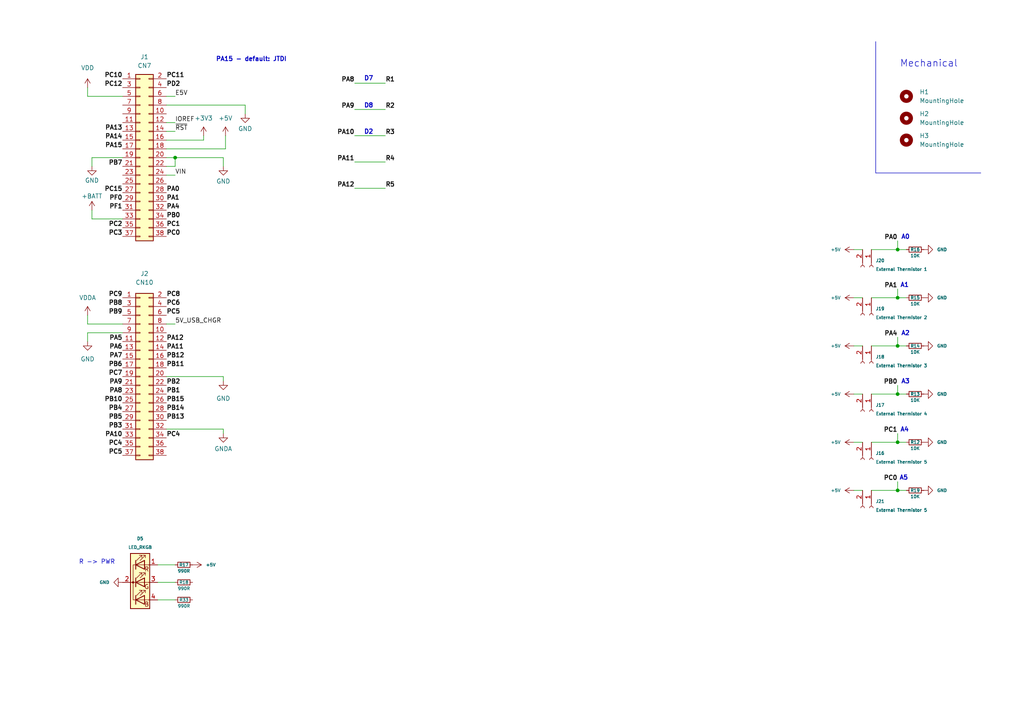
<source format=kicad_sch>
(kicad_sch (version 20250114) (generator "eeschema") (generator_version "9.0")
  (paper "A4")
  (lib_symbols
    (symbol "Connector:Conn_01x02_Socket" (pin_names (offset 1.016) (hide yes))
      (property "Reference" "J" (at 0 2.54 0))
      (property "Value" "Conn_01x02_Socket" (at 0 -5.08 0))
      (symbol "Conn_01x02_Socket_1_1"
        (polyline (pts (xy -1.27 0) (xy -0.508 0)) (stroke (width 0.1524)))
        (polyline (pts (xy -1.27 -2.54) (xy -0.508 -2.54)) (stroke (width 0.1524)))
        (arc (start 0 -0.508) (mid -0.5058 0) (end 0 0.508) (stroke (width 0.1524)))
        (arc (start 0 -3.048) (mid -0.5058 -2.54) (end 0 -2.032) (stroke (width 0.1524)))
        (pin passive line (at -5.08 0 0) (length 3.81) (name "Pin_1") (number "1"))
        (pin passive line (at -5.08 -2.54 0) (length 3.81) (name "Pin_2") (number "2"))
      )
    )
    (symbol "Connector_Generic:Conn_02x19_Odd_Even" (pin_names (offset 1.016) (hide yes))
      (property "Reference" "J" (at 1.27 25.4 0))
      (property "Value" "Conn_02x19_Odd_Even" (at 1.27 -25.4 0))
      (symbol "Conn_02x19_Odd_Even_1_1"
        (rectangle (start -1.27 24.13) (end 3.81 -24.13) (stroke (width 0.254)) (fill (type background)))
        (rectangle (start -1.27 22.987) (end 0 22.733) (stroke (width 0.1524)))
        (rectangle (start -1.27 20.447) (end 0 20.193) (stroke (width 0.1524)))
        (rectangle (start -1.27 17.907) (end 0 17.653) (stroke (width 0.1524)))
        (rectangle (start -1.27 15.367) (end 0 15.113) (stroke (width 0.1524)))
        (rectangle (start -1.27 12.827) (end 0 12.573) (stroke (width 0.1524)))
        (rectangle (start -1.27 10.287) (end 0 10.033) (stroke (width 0.1524)))
        (rectangle (start -1.27 7.747) (end 0 7.493) (stroke (width 0.1524)))
        (rectangle (start -1.27 5.207) (end 0 4.953) (stroke (width 0.1524)))
        (rectangle (start -1.27 2.667) (end 0 2.413) (stroke (width 0.1524)))
        (rectangle (start -1.27 0.127) (end 0 -0.127) (stroke (width 0.1524)))
        (rectangle (start -1.27 -2.413) (end 0 -2.667) (stroke (width 0.1524)))
        (rectangle (start -1.27 -4.953) (end 0 -5.207) (stroke (width 0.1524)))
        (rectangle (start -1.27 -7.493) (end 0 -7.747) (stroke (width 0.1524)))
        (rectangle (start -1.27 -10.033) (end 0 -10.287) (stroke (width 0.1524)))
        (rectangle (start -1.27 -12.573) (end 0 -12.827) (stroke (width 0.1524)))
        (rectangle (start -1.27 -15.113) (end 0 -15.367) (stroke (width 0.1524)))
        (rectangle (start -1.27 -17.653) (end 0 -17.907) (stroke (width 0.1524)))
        (rectangle (start -1.27 -20.193) (end 0 -20.447) (stroke (width 0.1524)))
        (rectangle (start -1.27 -22.733) (end 0 -22.987) (stroke (width 0.1524)))
        (rectangle (start 3.81 22.987) (end 2.54 22.733) (stroke (width 0.1524)))
        (rectangle (start 3.81 20.447) (end 2.54 20.193) (stroke (width 0.1524)))
        (rectangle (start 3.81 17.907) (end 2.54 17.653) (stroke (width 0.1524)))
        (rectangle (start 3.81 15.367) (end 2.54 15.113) (stroke (width 0.1524)))
        (rectangle (start 3.81 12.827) (end 2.54 12.573) (stroke (width 0.1524)))
        (rectangle (start 3.81 10.287) (end 2.54 10.033) (stroke (width 0.1524)))
        (rectangle (start 3.81 7.747) (end 2.54 7.493) (stroke (width 0.1524)))
        (rectangle (start 3.81 5.207) (end 2.54 4.953) (stroke (width 0.1524)))
        (rectangle (start 3.81 2.667) (end 2.54 2.413) (stroke (width 0.1524)))
        (rectangle (start 3.81 0.127) (end 2.54 -0.127) (stroke (width 0.1524)))
        (rectangle (start 3.81 -2.413) (end 2.54 -2.667) (stroke (width 0.1524)))
        (rectangle (start 3.81 -4.953) (end 2.54 -5.207) (stroke (width 0.1524)))
        (rectangle (start 3.81 -7.493) (end 2.54 -7.747) (stroke (width 0.1524)))
        (rectangle (start 3.81 -10.033) (end 2.54 -10.287) (stroke (width 0.1524)))
        (rectangle (start 3.81 -12.573) (end 2.54 -12.827) (stroke (width 0.1524)))
        (rectangle (start 3.81 -15.113) (end 2.54 -15.367) (stroke (width 0.1524)))
        (rectangle (start 3.81 -17.653) (end 2.54 -17.907) (stroke (width 0.1524)))
        (rectangle (start 3.81 -20.193) (end 2.54 -20.447) (stroke (width 0.1524)))
        (rectangle (start 3.81 -22.733) (end 2.54 -22.987) (stroke (width 0.1524)))
        (pin passive line (at -5.08 22.86 0) (length 3.81) (name "Pin_1") (number "1"))
        (pin passive line (at -5.08 20.32 0) (length 3.81) (name "Pin_3") (number "3"))
        (pin passive line (at -5.08 17.78 0) (length 3.81) (name "Pin_5") (number "5"))
        (pin passive line (at -5.08 15.24 0) (length 3.81) (name "Pin_7") (number "7"))
        (pin passive line (at -5.08 12.7 0) (length 3.81) (name "Pin_9") (number "9"))
        (pin passive line (at -5.08 10.16 0) (length 3.81) (name "Pin_11") (number "11"))
        (pin passive line (at -5.08 7.62 0) (length 3.81) (name "Pin_13") (number "13"))
        (pin passive line (at -5.08 5.08 0) (length 3.81) (name "Pin_15") (number "15"))
        (pin passive line (at -5.08 2.54 0) (length 3.81) (name "Pin_17") (number "17"))
        (pin passive line (at -5.08 0 0) (length 3.81) (name "Pin_19") (number "19"))
        (pin passive line (at -5.08 -2.54 0) (length 3.81) (name "Pin_21") (number "21"))
        (pin passive line (at -5.08 -5.08 0) (length 3.81) (name "Pin_23") (number "23"))
        (pin passive line (at -5.08 -7.62 0) (length 3.81) (name "Pin_25") (number "25"))
        (pin passive line (at -5.08 -10.16 0) (length 3.81) (name "Pin_27") (number "27"))
        (pin passive line (at -5.08 -12.7 0) (length 3.81) (name "Pin_29") (number "29"))
        (pin passive line (at -5.08 -15.24 0) (length 3.81) (name "Pin_31") (number "31"))
        (pin passive line (at -5.08 -17.78 0) (length 3.81) (name "Pin_33") (number "33"))
        (pin passive line (at -5.08 -20.32 0) (length 3.81) (name "Pin_35") (number "35"))
        (pin passive line (at -5.08 -22.86 0) (length 3.81) (name "Pin_37") (number "37"))
        (pin passive line (at 7.62 22.86 180) (length 3.81) (name "Pin_2") (number "2"))
        (pin passive line (at 7.62 20.32 180) (length 3.81) (name "Pin_4") (number "4"))
        (pin passive line (at 7.62 17.78 180) (length 3.81) (name "Pin_6") (number "6"))
        (pin passive line (at 7.62 15.24 180) (length 3.81) (name "Pin_8") (number "8"))
        (pin passive line (at 7.62 12.7 180) (length 3.81) (name "Pin_10") (number "10"))
        (pin passive line (at 7.62 10.16 180) (length 3.81) (name "Pin_12") (number "12"))
        (pin passive line (at 7.62 7.62 180) (length 3.81) (name "Pin_14") (number "14"))
        (pin passive line (at 7.62 5.08 180) (length 3.81) (name "Pin_16") (number "16"))
        (pin passive line (at 7.62 2.54 180) (length 3.81) (name "Pin_18") (number "18"))
        (pin passive line (at 7.62 0 180) (length 3.81) (name "Pin_20") (number "20"))
        (pin passive line (at 7.62 -2.54 180) (length 3.81) (name "Pin_22") (number "22"))
        (pin passive line (at 7.62 -5.08 180) (length 3.81) (name "Pin_24") (number "24"))
        (pin passive line (at 7.62 -7.62 180) (length 3.81) (name "Pin_26") (number "26"))
        (pin passive line (at 7.62 -10.16 180) (length 3.81) (name "Pin_28") (number "28"))
        (pin passive line (at 7.62 -12.7 180) (length 3.81) (name "Pin_30") (number "30"))
        (pin passive line (at 7.62 -15.24 180) (length 3.81) (name "Pin_32") (number "32"))
        (pin passive line (at 7.62 -17.78 180) (length 3.81) (name "Pin_34") (number "34"))
        (pin passive line (at 7.62 -20.32 180) (length 3.81) (name "Pin_36") (number "36"))
        (pin passive line (at 7.62 -22.86 180) (length 3.81) (name "Pin_38") (number "38"))
      )
    )
    (symbol "Device:LED_RKGB" (pin_names (offset 0) (hide yes))
      (property "Reference" "D" (at 0 9.398 0))
      (property "Value" "LED_RKGB" (at 0 -8.89 0))
      (symbol "LED_RKGB_0_0"
        (text "R" (at 1.905 3.81 0) (effects (font (size 1.27 1.27))))
        (text "G" (at 1.905 -1.27 0) (effects (font (size 1.27 1.27))))
        (text "B" (at 1.905 -6.35 0) (effects (font (size 1.27 1.27))))
      )
      (symbol "LED_RKGB_0_1"
        (circle (center -2.032 0) (radius 0.254) (fill (type outline)))
        (polyline (pts (xy -1.27 6.35) (xy -1.27 3.81)) (stroke (width 0.254)))
        (polyline (pts (xy -1.27 6.35) (xy -1.27 3.81) (xy -1.27 3.81)))
        (polyline (pts (xy -1.27 5.08) (xy 1.27 5.08)))
        (polyline (pts (xy -1.27 5.08) (xy -2.032 5.08) (xy -2.032 -5.08) (xy -1.016 -5.08)))
        (polyline (pts (xy -1.27 1.27) (xy -1.27 -1.27)) (stroke (width 0.254)))
        (polyline (pts (xy -1.27 1.27) (xy -1.27 -1.27) (xy -1.27 -1.27)))
        (polyline (pts (xy -1.27 0) (xy -2.54 0)))
        (polyline (pts (xy -1.27 -3.81) (xy -1.27 -6.35)) (stroke (width 0.254)))
        (polyline (pts (xy -1.27 -5.08) (xy 1.27 -5.08)))
        (polyline (pts (xy -1.016 6.35) (xy 0.508 7.874) (xy -0.254 7.874) (xy 0.508 7.874) (xy 0.508 7.112)))
        (polyline (pts (xy -1.016 1.27) (xy 0.508 2.794) (xy -0.254 2.794) (xy 0.508 2.794) (xy 0.508 2.032)))
        (polyline (pts (xy -1.016 -3.81) (xy 0.508 -2.286) (xy -0.254 -2.286) (xy 0.508 -2.286) (xy 0.508 -3.048)))
        (polyline (pts (xy 0 6.35) (xy 1.524 7.874) (xy 0.762 7.874) (xy 1.524 7.874) (xy 1.524 7.112)))
        (polyline (pts (xy 0 1.27) (xy 1.524 2.794) (xy 0.762 2.794) (xy 1.524 2.794) (xy 1.524 2.032)))
        (polyline (pts (xy 0 -3.81) (xy 1.524 -2.286) (xy 0.762 -2.286) (xy 1.524 -2.286) (xy 1.524 -3.048)))
        (polyline (pts (xy 1.27 6.35) (xy 1.27 3.81) (xy -1.27 5.08) (xy 1.27 6.35)) (stroke (width 0.254)))
        (rectangle (start 1.27 6.35) (end 1.27 6.35))
        (polyline (pts (xy 1.27 5.08) (xy 2.54 5.08)))
        (rectangle (start 1.27 3.81) (end 1.27 6.35))
        (polyline (pts (xy 1.27 1.27) (xy 1.27 -1.27) (xy -1.27 0) (xy 1.27 1.27)) (stroke (width 0.254)))
        (rectangle (start 1.27 1.27) (end 1.27 1.27))
        (polyline (pts (xy 1.27 0) (xy -1.27 0)))
        (polyline (pts (xy 1.27 0) (xy 2.54 0)))
        (rectangle (start 1.27 -1.27) (end 1.27 1.27))
        (polyline (pts (xy 1.27 -3.81) (xy 1.27 -6.35) (xy -1.27 -5.08) (xy 1.27 -3.81)) (stroke (width 0.254)))
        (polyline (pts (xy 1.27 -5.08) (xy 2.54 -5.08)))
        (rectangle (start 2.794 8.382) (end -2.794 -7.62) (stroke (width 0.254)) (fill (type background)))
      )
      (symbol "LED_RKGB_1_1"
        (pin passive line (at -5.08 0 0) (length 2.54) (name "K") (number "2"))
        (pin passive line (at 5.08 5.08 180) (length 2.54) (name "RA") (number "1"))
        (pin passive line (at 5.08 0 180) (length 2.54) (name "GA") (number "3"))
        (pin passive line (at 5.08 -5.08 180) (length 2.54) (name "BA") (number "4"))
      )
    )
    (symbol "Device:R_Small" (pin_numbers (hide yes)) (pin_names (offset 0.254) (hide yes))
      (property "Reference" "R" (at 0.762 0.508 0))
      (property "Value" "R_Small" (at 0.762 -1.016 0))
      (symbol "R_Small_0_1"
        (rectangle (start -0.762 1.778) (end 0.762 -1.778) (stroke (width 0.2032)))
      )
      (symbol "R_Small_1_1"
        (pin passive line (at 0 2.54 270) (length 0.762) (name "~") (number "1"))
        (pin passive line (at 0 -2.54 90) (length 0.762) (name "~") (number "2"))
      )
    )
    (symbol "Mechanical:MountingHole" (pin_names (offset 1.016))
      (property "Reference" "H" (at 0 5.08 0))
      (property "Value" "MountingHole" (at 0 3.175 0))
      (symbol "MountingHole_0_1"
        (circle (center 0 0) (radius 1.27) (stroke (width 1.27)))
      )
    )
    (symbol "power:+3V3" (power) (pin_names (offset 0))
      (property "Value" "+3V3" (at 0 3.556 0))
      (symbol "+3V3_0_1"
        (polyline (pts (xy -0.762 1.27) (xy 0 2.54)))
        (polyline (pts (xy 0 2.54) (xy 0.762 1.27)))
        (polyline (pts (xy 0 0) (xy 0 2.54)))
      )
      (symbol "+3V3_1_1"
        (pin power_in line (at 0 0 90) (length 0) (hide yes) (name "+3V3") (number "1"))
      )
    )
    (symbol "power:+5V" (power) (pin_names (offset 0))
      (property "Value" "+5V" (at 0 3.556 0))
      (symbol "+5V_0_1"
        (polyline (pts (xy -0.762 1.27) (xy 0 2.54)))
        (polyline (pts (xy 0 2.54) (xy 0.762 1.27)))
        (polyline (pts (xy 0 0) (xy 0 2.54)))
      )
      (symbol "+5V_1_1"
        (pin power_in line (at 0 0 90) (length 0) (hide yes) (name "+5V") (number "1"))
      )
    )
    (symbol "power:+BATT" (power) (pin_names (offset 0))
      (property "Value" "+BATT" (at 0 3.556 0))
      (symbol "+BATT_0_1"
        (polyline (pts (xy -0.762 1.27) (xy 0 2.54)))
        (polyline (pts (xy 0 2.54) (xy 0.762 1.27)))
        (polyline (pts (xy 0 0) (xy 0 2.54)))
      )
      (symbol "+BATT_1_1"
        (pin power_in line (at 0 0 90) (length 0) (hide yes) (name "+BATT") (number "1"))
      )
    )
    (symbol "power:GND" (power) (pin_names (offset 0))
      (property "Value" "GND" (at 0 -3.81 0))
      (symbol "GND_0_1"
        (polyline (pts (xy 0 0) (xy 0 -1.27) (xy 1.27 -1.27) (xy 0 -2.54) (xy -1.27 -1.27) (xy 0 -1.27)))
      )
      (symbol "GND_1_1"
        (pin power_in line (at 0 0 270) (length 0) (hide yes) (name "GND") (number "1"))
      )
    )
    (symbol "power:GNDA" (power) (pin_names (offset 0))
      (property "Value" "GNDA" (at 0 -3.81 0))
      (symbol "GNDA_0_1"
        (polyline (pts (xy 0 0) (xy 0 -1.27) (xy 1.27 -1.27) (xy 0 -2.54) (xy -1.27 -1.27) (xy 0 -1.27)))
      )
      (symbol "GNDA_1_1"
        (pin power_in line (at 0 0 270) (length 0) (hide yes) (name "GNDA") (number "1"))
      )
    )
    (symbol "power:VDD" (power) (pin_names (offset 0))
      (property "Value" "VDD" (at 0 3.81 0))
      (symbol "VDD_0_1"
        (polyline (pts (xy -0.762 1.27) (xy 0 2.54)))
        (polyline (pts (xy 0 2.54) (xy 0.762 1.27)))
        (polyline (pts (xy 0 0) (xy 0 2.54)))
      )
      (symbol "VDD_1_1"
        (pin power_in line (at 0 0 90) (length 0) (hide yes) (name "VDD") (number "1"))
      )
    )
    (symbol "power:VDDA" (power) (pin_names (offset 0))
      (property "Value" "VDDA" (at 0 3.81 0))
      (symbol "VDDA_0_1"
        (polyline (pts (xy -0.762 1.27) (xy 0 2.54)))
        (polyline (pts (xy 0 2.54) (xy 0.762 1.27)))
        (polyline (pts (xy 0 0) (xy 0 2.54)))
      )
      (symbol "VDDA_1_1"
        (pin power_in line (at 0 0 90) (length 0) (hide yes) (name "VDDA") (number "1"))
      )
    )
  )
  (text "R -> PWR" (at 22.86 163.83 0) (effects (font (size 1.27 1.27)) (justify left bottom)))
  (text "A5" (at 262.128 138.684 0) (effects (font (size 1.27 1.27) (thickness 0.254) (bold yes))))
  (text "A2" (at 262.636 96.774 0) (effects (font (size 1.27 1.27) (thickness 0.254) (bold yes))))
  (text "D7" (at 106.934 22.86 0) (effects (font (size 1.27 1.27) (thickness 0.254) (bold yes))))
  (text "A3" (at 262.636 110.744 0) (effects (font (size 1.27 1.27) (thickness 0.254) (bold yes))))
  (text "D8" (at 106.934 30.734 0) (effects (font (size 1.27 1.27) (thickness 0.254) (bold yes))))
  (text "A0" (at 262.636 68.834 0) (effects (font (size 1.27 1.27) (thickness 0.254) (bold yes))))
  (text "Mechanical\n" (at 260.985 19.685 0) (effects (font (size 2 2)) (justify left bottom)))
  (text "A1\n" (at 262.382 82.804 0) (effects (font (size 1.27 1.27) (thickness 0.254) (bold yes))))
  (text "PA15 - default: JTDI" (at 72.898 17.272 0) (effects (font (size 1.27 1.27) (thickness 0.254) (bold yes))))
  (text "D2" (at 106.934 38.354 0) (effects (font (size 1.27 1.27) (thickness 0.254) (bold yes))))
  (text "A4" (at 262.382 124.714 0) (effects (font (size 1.27 1.27) (thickness 0.254) (bold yes))))
  (junction (at 260.35 86.36))
  (junction (at 260.35 142.24))
  (junction (at 260.35 128.27))
  (junction (at 260.35 100.33))
  (junction (at 260.35 72.39))
  (junction (at 50.8 45.72))
  (junction (at 260.35 114.3))
  (wire (pts (xy 260.35 128.27) (xy 260.35 125.73)))
  (wire (pts (xy 260.35 142.24) (xy 262.89 142.24)))
  (wire (pts (xy 260.35 114.3) (xy 260.35 111.76)))
  (wire (pts (xy 252.73 72.39) (xy 260.35 72.39)))
  (wire (pts (xy 48.26 35.56) (xy 50.8 35.56)))
  (wire (pts (xy 71.12 30.48) (xy 48.26 30.48)))
  (wire (pts (xy 71.12 33.02) (xy 71.12 30.48)))
  (wire (pts (xy 48.26 27.94) (xy 50.8 27.94)))
  (wire (pts (xy 260.35 72.39) (xy 260.35 69.85)))
  (wire (pts (xy 247.65 100.33) (xy 250.19 100.33)))
  (wire (pts (xy 252.73 86.36) (xy 260.35 86.36)))
  (wire (pts (xy 48.26 124.46) (xy 64.77 124.46)))
  (wire (pts (xy 64.77 124.46) (xy 64.77 125.73)))
  (wire (pts (xy 252.73 114.3) (xy 260.35 114.3)))
  (wire (pts (xy 260.35 100.33) (xy 262.89 100.33)))
  (wire (pts (xy 35.56 45.72) (xy 26.67 45.72)))
  (wire (pts (xy 260.35 86.36) (xy 260.35 83.82)))
  (wire (pts (xy 247.65 128.27) (xy 250.19 128.27)))
  (polyline (pts (xy 254 12.065) (xy 254 50.165)))
  (polyline (pts (xy 254 50.165) (xy 284.48 50.165)))
  (wire (pts (xy 26.67 45.72) (xy 26.67 48.26)))
  (wire (pts (xy 48.26 48.26) (xy 50.8 48.26)))
  (wire (pts (xy 50.8 48.26) (xy 50.8 45.72)))
  (wire (pts (xy 102.87 31.75) (xy 111.76 31.75)))
  (wire (pts (xy 247.65 72.39) (xy 250.19 72.39)))
  (wire (pts (xy 48.26 38.1) (xy 50.8 38.1)))
  (wire (pts (xy 64.77 109.22) (xy 64.77 110.49)))
  (wire (pts (xy 260.35 114.3) (xy 262.89 114.3)))
  (wire (pts (xy 48.26 93.98) (xy 50.8 93.98)))
  (wire (pts (xy 247.65 142.24) (xy 250.19 142.24)))
  (wire (pts (xy 102.87 46.99) (xy 111.76 46.99)))
  (wire (pts (xy 48.26 43.18) (xy 65.405 43.18)))
  (wire (pts (xy 65.405 43.18) (xy 65.405 39.37)))
  (wire (pts (xy 260.35 128.27) (xy 262.89 128.27)))
  (wire (pts (xy 25.4 25.4) (xy 25.4 27.94)))
  (wire (pts (xy 102.87 54.61) (xy 111.76 54.61)))
  (wire (pts (xy 25.4 93.98) (xy 35.56 93.98)))
  (wire (pts (xy 247.65 114.3) (xy 250.19 114.3)))
  (wire (pts (xy 45.72 168.91) (xy 50.8 168.91)))
  (wire (pts (xy 260.35 100.33) (xy 260.35 97.79)))
  (wire (pts (xy 252.73 100.33) (xy 260.35 100.33)))
  (wire (pts (xy 48.26 40.64) (xy 59.055 40.64)))
  (wire (pts (xy 59.055 40.64) (xy 59.055 39.37)))
  (wire (pts (xy 260.35 86.36) (xy 262.89 86.36)))
  (wire (pts (xy 25.4 96.52) (xy 35.56 96.52)))
  (wire (pts (xy 25.4 96.52) (xy 25.4 99.06)))
  (wire (pts (xy 45.72 173.99) (xy 50.8 173.99)))
  (wire (pts (xy 102.87 24.13) (xy 111.76 24.13)))
  (wire (pts (xy 260.35 72.39) (xy 262.89 72.39)))
  (wire (pts (xy 35.56 63.5) (xy 26.67 63.5)))
  (wire (pts (xy 247.65 86.36) (xy 250.19 86.36)))
  (wire (pts (xy 50.8 163.83) (xy 45.72 163.83)))
  (wire (pts (xy 252.73 128.27) (xy 260.35 128.27)))
  (wire (pts (xy 64.77 109.22) (xy 48.26 109.22)))
  (wire (pts (xy 25.4 27.94) (xy 35.56 27.94)))
  (wire (pts (xy 26.67 60.96) (xy 26.67 63.5)))
  (wire (pts (xy 252.73 142.24) (xy 260.35 142.24)))
  (wire (pts (xy 25.4 91.44) (xy 25.4 93.98)))
  (wire (pts (xy 260.35 142.24) (xy 260.35 139.7)))
  (wire (pts (xy 48.26 50.8) (xy 50.8 50.8)))
  (wire (pts (xy 48.26 45.72) (xy 50.8 45.72)))
  (wire (pts (xy 50.8 45.72) (xy 64.77 45.72)))
  (wire (pts (xy 64.77 45.72) (xy 64.77 48.26)))
  (wire (pts (xy 102.87 39.37) (xy 111.76 39.37)))
  (label "PB7" (at 35.56 48.26 180) (effects (font (thickness 0.254) (bold yes))))
  (label "PC4" (at 35.56 129.54 180) (effects (font (thickness 0.254) (bold yes))))
  (label "PC5" (at 48.26 91.44 0) (effects (font (thickness 0.254) (bold yes))))
  (label "~{RST}" (at 50.8 38.1 0))
  (label "PA9" (at 102.87 31.75 180) (effects (font (thickness 0.254) (bold yes))))
  (label "PC10" (at 35.56 22.86 180) (effects (font (thickness 0.254) (bold yes))))
  (label "R5" (at 111.76 54.61 0) (effects (font (thickness 0.254) (bold yes))))
  (label "PA15" (at 35.56 43.18 180) (effects (font (thickness 0.254) (bold yes))))
  (label "PA11" (at 48.26 101.6 0) (effects (font (thickness 0.254) (bold yes))))
  (label "PC1" (at 260.35 125.73 180) (effects (font (thickness 0.254) (bold yes))))
  (label "PA5" (at 35.56 99.06 180) (effects (font (thickness 0.254) (bold yes))))
  (label "PF0" (at 35.56 58.42 180) (effects (font (thickness 0.254) (bold yes))))
  (label "VIN" (at 50.8 50.8 0))
  (label "PA14" (at 35.56 40.64 180) (effects (font (thickness 0.254) (bold yes))))
  (label "PA0" (at 48.26 55.88 0) (effects (font (thickness 0.254) (bold yes))))
  (label "PB8" (at 35.56 88.9 180) (effects (font (thickness 0.254) (bold yes))))
  (label "PB4" (at 35.56 119.38 180) (effects (font (thickness 0.254) (bold yes))))
  (label "PA6" (at 35.56 101.6 180) (effects (font (thickness 0.254) (bold yes))))
  (label "PB1" (at 48.26 114.3 0) (effects (font (thickness 0.254) (bold yes))))
  (label "R1" (at 111.76 24.13 0) (effects (font (thickness 0.254) (bold yes))))
  (label "R3" (at 111.76 39.37 0) (effects (font (thickness 0.254) (bold yes))))
  (label "PA12" (at 48.26 99.06 0) (effects (font (thickness 0.254) (bold yes))))
  (label "PC15" (at 35.56 55.88 180) (effects (font (thickness 0.254) (bold yes))))
  (label "PB6" (at 35.56 106.68 180) (effects (font (thickness 0.254) (bold yes))))
  (label "PB0" (at 260.35 111.76 180) (effects (font (thickness 0.254) (bold yes))))
  (label "PC12" (at 35.56 25.4 180) (effects (font (thickness 0.254) (bold yes))))
  (label "PC1" (at 48.26 66.04 0) (effects (font (thickness 0.254) (bold yes))))
  (label "PB5" (at 35.56 121.92 180) (effects (font (thickness 0.254) (bold yes))))
  (label "PF1" (at 35.56 60.96 180) (effects (font (thickness 0.254) (bold yes))))
  (label "PC3" (at 35.56 68.58 180) (effects (font (thickness 0.254) (bold yes))))
  (label "E5V" (at 50.8 27.94 0))
  (label "PB3" (at 35.56 124.46 180) (effects (font (thickness 0.254) (bold yes))))
  (label "PA9" (at 35.56 111.76 180) (effects (font (thickness 0.254) (bold yes))))
  (label "PC9" (at 35.56 86.36 180) (effects (font (thickness 0.254) (bold yes))))
  (label "R2" (at 111.76 31.75 0) (effects (font (thickness 0.254) (bold yes))))
  (label "PA11" (at 102.87 46.99 180) (effects (font (thickness 0.254) (bold yes))))
  (label "PA4" (at 260.35 97.79 180) (effects (font (thickness 0.254) (bold yes))))
  (label "PB0" (at 48.26 63.5 0) (effects (font (thickness 0.254) (bold yes))))
  (label "PA4" (at 48.26 60.96 0) (effects (font (thickness 0.254) (bold yes))))
  (label "PC8" (at 48.26 86.36 0) (effects (font (thickness 0.254) (bold yes))))
  (label "PB15" (at 48.26 116.84 0) (effects (font (thickness 0.254) (bold yes))))
  (label "PA12" (at 102.87 54.61 180) (effects (font (thickness 0.254) (bold yes))))
  (label "PA8" (at 35.56 114.3 180) (effects (font (thickness 0.254) (bold yes))))
  (label "IOREF" (at 50.8 35.56 0))
  (label "PC2" (at 35.56 66.04 180) (effects (font (thickness 0.254) (bold yes))))
  (label "PA1" (at 48.26 58.42 0) (effects (font (thickness 0.254) (bold yes))))
  (label "PA1" (at 260.35 83.82 180) (effects (font (thickness 0.254) (bold yes))))
  (label "PA10" (at 35.56 127 180) (effects (font (thickness 0.254) (bold yes))))
  (label "R4" (at 111.76 46.99 0) (effects (font (thickness 0.254) (bold yes))))
  (label "PC11" (at 48.26 22.86 0) (effects (font (thickness 0.254) (bold yes))))
  (label "PA0" (at 260.35 69.85 180) (effects (font (thickness 0.254) (bold yes))))
  (label "PD2" (at 48.26 25.4 0) (effects (font (thickness 0.254) (bold yes))))
  (label "PC4" (at 48.26 127 0) (effects (font (thickness 0.254) (bold yes))))
  (label "PB14" (at 48.26 119.38 0) (effects (font (thickness 0.254) (bold yes))))
  (label "PB11" (at 48.26 106.68 0) (effects (font (thickness 0.254) (bold yes))))
  (label "PC7" (at 35.56 109.22 180) (effects (font (thickness 0.254) (bold yes))))
  (label "PC0" (at 260.35 139.7 180) (effects (font (thickness 0.254) (bold yes))))
  (label "PC5" (at 35.56 132.08 180) (effects (font (thickness 0.254) (bold yes))))
  (label "PB9" (at 35.56 91.44 180) (effects (font (thickness 0.254) (bold yes))))
  (label "PA13" (at 35.56 38.1 180) (effects (font (thickness 0.254) (bold yes))))
  (label "PC6" (at 48.26 88.9 0) (effects (font (thickness 0.254) (bold yes))))
  (label "PB2" (at 48.26 111.76 0) (effects (font (thickness 0.254) (bold yes))))
  (label "PA7" (at 35.56 104.14 180) (effects (font (thickness 0.254) (bold yes))))
  (label "PA10" (at 102.87 39.37 180) (effects (font (thickness 0.254) (bold yes))))
  (label "PB12" (at 48.26 104.14 0) (effects (font (thickness 0.254) (bold yes))))
  (label "5V_USB_CHGR" (at 50.8 93.98 0))
  (label "PB10" (at 35.56 116.84 180) (effects (font (thickness 0.254) (bold yes))))
  (label "PB13" (at 48.26 121.92 0) (effects (font (thickness 0.254) (bold yes))))
  (label "PC0" (at 48.26 68.58 0) (effects (font (thickness 0.254) (bold yes))))
  (label "PA8" (at 102.87 24.13 180) (effects (font (thickness 0.254) (bold yes))))
  (symbol (lib_id "power:GND") (at 267.97 86.36 90) (unit 1)
    (property "Reference" "#PWR029" (effects (hide yes)))
    (property "Value" "GND" (at 271.78 86.36 90) (effects (font (size 0.9 0.9)) (justify right)))
  )
  (symbol (lib_id "power:+5V") (at 247.65 142.24 90) (unit 1)
    (property "Reference" "#PWR033" (effects (hide yes)))
    (property "Value" "+5V" (at 243.84 142.24 90) (effects (font (size 0.9 0.9)) (justify left)))
  )
  (symbol (lib_id "Device:R_Small") (at 265.43 86.36 90) (mirror x) (unit 1)
    (property "Reference" "R15" (at 265.43 86.36 90) (effects (font (size 0.9 0.9))))
    (property "Value" "10K" (at 265.43 88.138 90) (effects (font (size 0.9 0.9))))
    (property "Footprint" "Resistor_SMD:R_1206_3216Metric" (effects (hide yes)))
    (property "LCSC" "C17902" (effects (hide yes)))
  )
  (symbol (lib_id "Device:R_Small") (at 53.34 163.83 90) (unit 1)
    (property "Reference" "R17" (at 53.34 163.83 90) (effects (font (size 0.9 0.9))))
    (property "Value" "990R" (at 53.34 165.608 90) (effects (font (size 0.9 0.9))))
    (property "Footprint" "Resistor_THT:R_Axial_DIN0207_L6.3mm_D2.5mm_P10.16mm_Horizontal" (effects (hide yes)))
  )
  (symbol (lib_id "Connector_Generic:Conn_02x19_Odd_Even") (at 40.64 45.72 0) (unit 1)
    (property "Reference" "J1" (at 41.91 16.51 0))
    (property "Value" "CN7" (at 41.91 19.05 0))
    (property "Footprint" "Connector_PinSocket_2.54mm:PinSocket_2x19_P2.54mm_Vertical" (effects (hide yes)))
  )
  (symbol (lib_id "Connector:Conn_01x02_Socket") (at 252.73 105.41 270) (unit 1)
    (property "Reference" "J18" (at 254 103.505 90) (effects (font (size 0.9 0.9)) (justify left)))
    (property "Value" "External Thermistor 3" (at 254 106.045 90) (effects (font (size 0.9 0.9)) (justify left)))
    (property "Footprint" "Connector_Phoenix_MC_HighVoltage:PhoenixContact_MCV_1,5_2-G-5.08_1x02_P5.08mm_Vertical" (effects (hide yes)))
  )
  (symbol (lib_id "power:GND") (at 64.77 48.26 0) (unit 1)
    (property "Reference" "#PWR0101" (effects (hide yes)))
    (property "Value" "GND" (at 64.77 52.578 0))
  )
  (symbol (lib_id "Mechanical:MountingHole") (at 262.89 34.29 0) (unit 1)
    (property "Reference" "H2" (at 266.7 33.0199 0) (effects (justify left)))
    (property "Value" "MountingHole" (at 266.7 35.5599 0) (effects (justify left)))
    (property "Footprint" "MountingHole:MountingHole_3.2mm_M3" (effects (hide yes)))
  )
  (symbol (lib_id "power:+5V") (at 247.65 72.39 90) (unit 1)
    (property "Reference" "#PWR030" (effects (hide yes)))
    (property "Value" "+5V" (at 243.84 72.39 90) (effects (font (size 0.9 0.9)) (justify left)))
  )
  (symbol (lib_id "Device:R_Small") (at 265.43 72.39 90) (mirror x) (unit 1)
    (property "Reference" "R16" (at 265.43 72.39 90) (effects (font (size 0.9 0.9))))
    (property "Value" "10K" (at 265.43 74.168 90) (effects (font (size 0.9 0.9))))
    (property "Footprint" "Resistor_SMD:R_1206_3216Metric" (effects (hide yes)))
    (property "LCSC" "C17902" (effects (hide yes)))
  )
  (symbol (lib_id "power:GND") (at 71.12 33.02 0) (unit 1)
    (property "Reference" "#PWR0107" (effects (hide yes)))
    (property "Value" "GND" (at 71.12 37.338 0))
  )
  (symbol (lib_id "Mechanical:MountingHole") (at 262.89 40.64 0) (unit 1)
    (property "Reference" "H3" (at 266.7 39.3699 0) (effects (justify left)))
    (property "Value" "MountingHole" (at 266.7 41.9099 0) (effects (justify left)))
    (property "Footprint" "MountingHole:MountingHole_3.2mm_M3" (effects (hide yes)))
  )
  (symbol (lib_id "Connector:Conn_01x02_Socket") (at 252.73 147.32 270) (unit 1)
    (property "Reference" "J21" (at 254 145.415 90) (effects (font (size 0.9 0.9)) (justify left)))
    (property "Value" "External Thermistor 5" (at 254 147.955 90) (effects (font (size 0.9 0.9)) (justify left)))
    (property "Footprint" "Connector_Phoenix_MC_HighVoltage:PhoenixContact_MCV_1,5_2-G-5.08_1x02_P5.08mm_Vertical" (effects (hide yes)))
  )
  (symbol (lib_id "power:+5V") (at 247.65 114.3 90) (unit 1)
    (property "Reference" "#PWR024" (effects (hide yes)))
    (property "Value" "+5V" (at 243.84 114.3 90) (effects (font (size 0.9 0.9)) (justify left)))
  )
  (symbol (lib_id "Device:R_Small") (at 265.43 142.24 90) (mirror x) (unit 1)
    (property "Reference" "R19" (at 265.43 142.24 90) (effects (font (size 0.9 0.9))))
    (property "Value" "10K" (at 265.43 144.018 90) (effects (font (size 0.9 0.9))))
    (property "Footprint" "Resistor_SMD:R_1206_3216Metric" (effects (hide yes)))
    (property "LCSC" "C17902" (effects (hide yes)))
  )
  (symbol (lib_id "power:VDDA") (at 25.4 91.44 0) (unit 1)
    (property "Reference" "#PWR0103" (effects (hide yes)))
    (property "Value" "VDDA" (at 25.4 86.36 0))
  )
  (symbol (lib_id "Mechanical:MountingHole") (at 262.89 27.94 0) (unit 1)
    (property "Reference" "H1" (at 266.7 26.6699 0) (effects (justify left)))
    (property "Value" "MountingHole" (at 266.7 29.2099 0) (effects (justify left)))
    (property "Footprint" "MountingHole:MountingHole_3.2mm_M3" (effects (hide yes)))
  )
  (symbol (lib_id "power:GND") (at 64.77 110.49 0) (unit 1)
    (property "Reference" "#PWR0105" (effects (hide yes)))
    (property "Value" "GND" (at 64.77 115.57 0))
  )
  (symbol (lib_id "power:GND") (at 267.97 128.27 90) (unit 1)
    (property "Reference" "#PWR022" (effects (hide yes)))
    (property "Value" "GND" (at 271.78 128.27 90) (effects (font (size 0.9 0.9)) (justify right)))
  )
  (symbol (lib_id "power:VDD") (at 25.4 25.4 0) (unit 1)
    (property "Reference" "#PWR0109" (effects (hide yes)))
    (property "Value" "VDD" (at 25.4 19.685 0))
  )
  (symbol (lib_id "Connector:Conn_01x02_Socket") (at 252.73 119.38 270) (unit 1)
    (property "Reference" "J17" (at 254 117.475 90) (effects (font (size 0.9 0.9)) (justify left)))
    (property "Value" "External Thermistor 4" (at 254 120.015 90) (effects (font (size 0.9 0.9)) (justify left)))
    (property "Footprint" "Connector_Phoenix_MC_HighVoltage:PhoenixContact_MCV_1,5_2-G-5.08_1x02_P5.08mm_Vertical" (effects (hide yes)))
  )
  (symbol (lib_id "Connector:Conn_01x02_Socket") (at 252.73 77.47 270) (unit 1)
    (property "Reference" "J20" (at 254 75.565 90) (effects (font (size 0.9 0.9)) (justify left)))
    (property "Value" "External Thermistor 1" (at 254 78.105 90) (effects (font (size 0.9 0.9)) (justify left)))
    (property "Footprint" "Connector_Phoenix_MC_HighVoltage:PhoenixContact_MCV_1,5_2-G-5.08_1x02_P5.08mm_Vertical" (effects (hide yes)))
  )
  (symbol (lib_id "power:+5V") (at 247.65 100.33 90) (unit 1)
    (property "Reference" "#PWR026" (effects (hide yes)))
    (property "Value" "+5V" (at 243.84 100.33 90) (effects (font (size 0.9 0.9)) (justify left)))
  )
  (symbol (lib_id "power:+5V") (at 247.65 128.27 90) (unit 1)
    (property "Reference" "#PWR023" (effects (hide yes)))
    (property "Value" "+5V" (at 243.84 128.27 90) (effects (font (size 0.9 0.9)) (justify left)))
  )
  (symbol (lib_id "Device:LED_RKGB") (at 40.64 168.91 0) (unit 1)
    (property "Reference" "D5" (at 40.64 156.21 0) (effects (font (size 0.9 0.9))))
    (property "Value" "LED_RKGB" (at 40.64 158.75 0) (effects (font (size 0.9 0.9))))
    (property "Footprint" "LED_THT:LED_D5.0mm-4_RGB_Staggered_Pins" (effects (hide yes)))
  )
  (symbol (lib_id "Device:R_Small") (at 265.43 128.27 90) (mirror x) (unit 1)
    (property "Reference" "R12" (at 265.43 128.27 90) (effects (font (size 0.9 0.9))))
    (property "Value" "10K" (at 265.43 130.048 90) (effects (font (size 0.9 0.9))))
    (property "Footprint" "Resistor_SMD:R_1206_3216Metric" (effects (hide yes)))
    (property "LCSC" "C17902" (effects (hide yes)))
  )
  (symbol (lib_id "power:+5V") (at 65.405 39.37 0) (unit 1)
    (property "Reference" "#PWR0108" (effects (hide yes)))
    (property "Value" "+5V" (at 65.405 34.29 0))
  )
  (symbol (lib_id "power:+5V") (at 55.88 163.83 270) (unit 1)
    (property "Reference" "#PWR032" (effects (hide yes)))
    (property "Value" "+5V" (at 59.69 163.83 90) (effects (font (size 0.9 0.9)) (justify left)))
  )
  (symbol (lib_id "power:+BATT") (at 26.67 60.96 0) (unit 1)
    (property "Reference" "#PWR0111" (effects (hide yes)))
    (property "Value" "+BATT" (at 26.67 56.896 0))
  )
  (symbol (lib_id "Connector:Conn_01x02_Socket") (at 252.73 91.44 270) (unit 1)
    (property "Reference" "J19" (at 254 89.535 90) (effects (font (size 0.9 0.9)) (justify left)))
    (property "Value" "External Thermistor 2" (at 254 92.075 90) (effects (font (size 0.9 0.9)) (justify left)))
    (property "Footprint" "Connector_Phoenix_MC_HighVoltage:PhoenixContact_MCV_1,5_2-G-5.08_1x02_P5.08mm_Vertical" (effects (hide yes)))
  )
  (symbol (lib_id "power:GND") (at 267.97 114.3 90) (unit 1)
    (property "Reference" "#PWR025" (effects (hide yes)))
    (property "Value" "GND" (at 271.78 114.3 90) (effects (font (size 0.9 0.9)) (justify right)))
  )
  (symbol (lib_id "power:GND") (at 35.56 168.91 270) (unit 1)
    (property "Reference" "#PWR012" (effects (hide yes)))
    (property "Value" "GND" (at 31.75 168.91 90) (effects (font (size 0.9 0.9)) (justify right)))
  )
  (symbol (lib_id "Device:R_Small") (at 265.43 114.3 90) (mirror x) (unit 1)
    (property "Reference" "R13" (at 265.43 114.3 90) (effects (font (size 0.9 0.9))))
    (property "Value" "10K" (at 265.43 116.078 90) (effects (font (size 0.9 0.9))))
    (property "Footprint" "Resistor_SMD:R_1206_3216Metric" (effects (hide yes)))
    (property "LCSC" "C17902" (effects (hide yes)))
  )
  (symbol (lib_id "Connector:Conn_01x02_Socket") (at 252.73 133.35 270) (unit 1)
    (property "Reference" "J16" (at 254 131.445 90) (effects (font (size 0.9 0.9)) (justify left)))
    (property "Value" "External Thermistor 5" (at 254 133.985 90) (effects (font (size 0.9 0.9)) (justify left)))
    (property "Footprint" "Connector_Phoenix_MC_HighVoltage:PhoenixContact_MCV_1,5_2-G-5.08_1x02_P5.08mm_Vertical" (effects (hide yes)))
  )
  (symbol (lib_id "Device:R_Small") (at 53.34 168.91 90) (unit 1)
    (property "Reference" "R18" (at 53.34 168.91 90) (effects (font (size 0.9 0.9))))
    (property "Value" "990R" (at 53.34 170.688 90) (effects (font (size 0.9 0.9))))
    (property "Footprint" "Resistor_THT:R_Axial_DIN0207_L6.3mm_D2.5mm_P10.16mm_Horizontal" (effects (hide yes)))
  )
  (symbol (lib_id "power:+5V") (at 247.65 86.36 90) (unit 1)
    (property "Reference" "#PWR028" (effects (hide yes)))
    (property "Value" "+5V" (at 243.84 86.36 90) (effects (font (size 0.9 0.9)) (justify left)))
  )
  (symbol (lib_id "power:+3V3") (at 59.055 39.37 0) (unit 1)
    (property "Reference" "#PWR0106" (effects (hide yes)))
    (property "Value" "+3V3" (at 59.055 34.29 0))
  )
  (symbol (lib_id "power:GND") (at 26.67 48.26 0) (unit 1)
    (property "Reference" "#PWR0110" (effects (hide yes)))
    (property "Value" "GND" (at 26.67 52.324 0))
  )
  (symbol (lib_id "Device:R_Small") (at 53.34 173.99 90) (unit 1)
    (property "Reference" "R33" (at 53.34 173.99 90) (effects (font (size 0.9 0.9))))
    (property "Value" "990R" (at 53.34 175.768 90) (effects (font (size 0.9 0.9))))
    (property "Footprint" "Resistor_THT:R_Axial_DIN0207_L6.3mm_D2.5mm_P10.16mm_Horizontal" (effects (hide yes)))
  )
  (symbol (lib_id "Connector_Generic:Conn_02x19_Odd_Even") (at 40.64 109.22 0) (unit 1)
    (property "Reference" "J2" (at 41.91 79.375 0))
    (property "Value" "CN10" (at 41.91 81.915 0))
    (property "Footprint" "Connector_PinSocket_2.54mm:PinSocket_2x19_P2.54mm_Vertical" (effects (hide yes)))
  )
  (symbol (lib_id "power:GND") (at 267.97 72.39 90) (unit 1)
    (property "Reference" "#PWR031" (effects (hide yes)))
    (property "Value" "GND" (at 271.78 72.39 90) (effects (font (size 0.9 0.9)) (justify right)))
  )
  (symbol (lib_id "power:GND") (at 267.97 100.33 90) (unit 1)
    (property "Reference" "#PWR027" (effects (hide yes)))
    (property "Value" "GND" (at 271.78 100.33 90) (effects (font (size 0.9 0.9)) (justify right)))
  )
  (symbol (lib_id "power:GND") (at 25.4 99.06 0) (unit 1)
    (property "Reference" "#PWR0102" (effects (hide yes)))
    (property "Value" "GND" (at 25.4 104.14 0))
  )
  (symbol (lib_id "power:GND") (at 267.97 142.24 90) (unit 1)
    (property "Reference" "#PWR034" (effects (hide yes)))
    (property "Value" "GND" (at 271.78 142.24 90) (effects (font (size 0.9 0.9)) (justify right)))
  )
  (symbol (lib_id "Device:R_Small") (at 265.43 100.33 90) (mirror x) (unit 1)
    (property "Reference" "R14" (at 265.43 100.33 90) (effects (font (size 0.9 0.9))))
    (property "Value" "10K" (at 265.43 102.108 90) (effects (font (size 0.9 0.9))))
    (property "Footprint" "Resistor_SMD:R_1206_3216Metric" (effects (hide yes)))
    (property "LCSC" "C17902" (effects (hide yes)))
  )
  (symbol (lib_id "power:GNDA") (at 64.77 125.73 0) (unit 1)
    (property "Reference" "#PWR0104" (effects (hide yes)))
    (property "Value" "GNDA" (at 64.77 130.175 0))
  )
  (sheet (at 307.34 134.62) (size 73.66 43.18) (stroke (width 0.1524))
    (property "Sheetname" "Relay Output" (at 307.34 133.9084 0) (effects (justify left bottom)))
    (property "Sheetfile" "relay_output.kicad_sch" (at 307.34 178.3846 0) (effects (justify left top)))
  )
  (sheet (at 307.34 25.4) (size 73.66 44.45) (stroke (width 0.1524))
    (property "Sheetname" "DALI Interface" (at 307.34 24.6884 0) (effects (justify left bottom)))
    (property "Sheetfile" "dali_interface.kicad_sch" (at 307.34 70.4346 0) (effects (justify left top)))
  )
  (sheet (at 307.34 78.74) (size 73.66 45.72) (stroke (width 0.1524))
    (property "Sheetname" "DALI Power Supply" (at 307.34 78.0284 0) (effects (justify left bottom)))
    (property "Sheetfile" "dali_ps.kicad_sch" (at 307.34 125.0446 0) (effects (justify left top)))
  )
)
</source>
